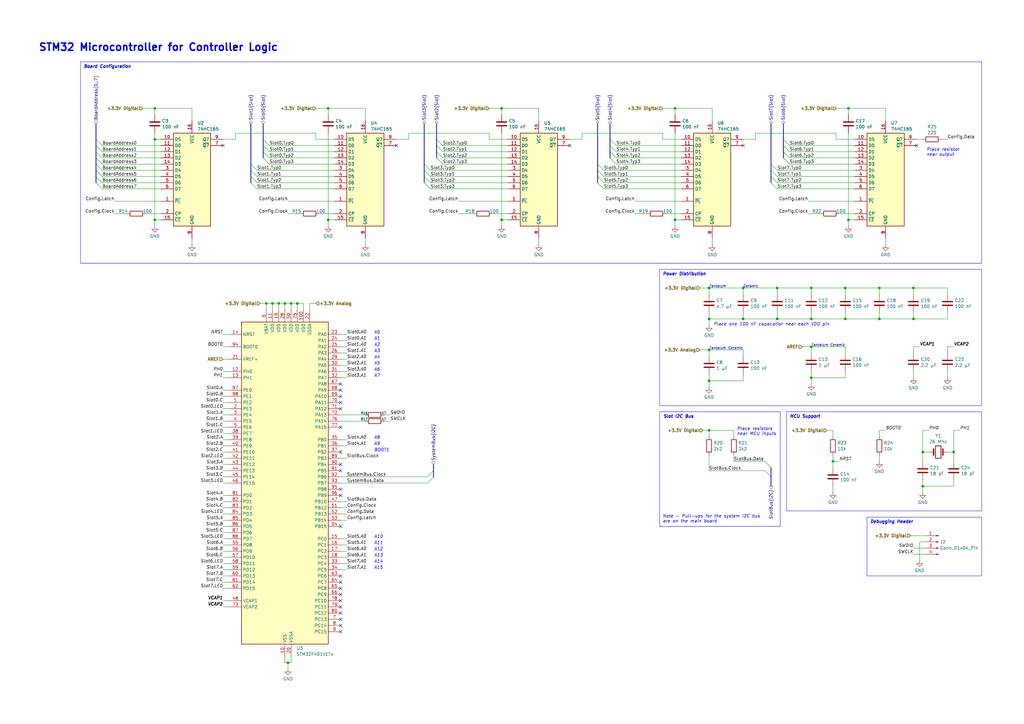
<source format=kicad_sch>
(kicad_sch (version 20250114) (generator "eeschema") (generator_version "9.0")
  (paper "A3")
  (title_block (title "Modular Music Controller / Sub-Board / STM32 MCU") (date "2025-11-02") (rev "1") (company "Dennis Schulmeister-Zimolong"))
  (bus_alias "Slot" (members "Typ[0..3]" "A" "B" "C" "A0" "A1" "LED" "Addr[0..3]"))
  (rectangle (start 270.51 168.91) (end 320.04 215.9))
  (rectangle (start 270.51 110.49) (end 402.59 166.37))
  (rectangle (start 33.02 25.4) (end 402.59 107.95))
  (rectangle (start 355.6 212.09) (end 402.59 236.22))
  (rectangle (start 322.58 168.91) (end 402.59 209.55))
  (text "A8" (at 153.416 180.34 0) (effects (font (size 1.27 1.27) (italic yes)) (justify left bottom)))
  (text "A0" (at 153.416 137.16 0) (effects (font (size 1.27 1.27) (italic yes)) (justify left bottom)))
  (text "Place resistor\nnear output" (at 379.984 60.706 0) (effects (font (size 1.27 1.27) (thickness 0.1588) (italic yes)) (justify left top)))
  (text "A3" (at 153.416 144.78 0) (effects (font (size 1.27 1.27) (italic yes)) (justify left bottom)))
  (text "A2" (at 153.416 142.24 0) (effects (font (size 1.27 1.27) (italic yes)) (justify left bottom)))
  (text "Place resistors\nnear MCU inputs" (at 302.26 175.26 0) (effects (font (size 1.27 1.27) (thickness 0.1588) (italic yes)) (justify left top)))
  (text "Power Distribution" (at 271.78 111.76 0) (effects (font (size 1.27 1.27) (thickness 0.254) (bold yes) (italic yes)) (justify left top)))
  (text "For outputs driving a trace, the series resistor should be at the driving end to:\n\n- Limit the initial current surge when the output switches\n- Dampen reflections at the source\n- Reduce ringing and overshoot on the trace\n- Protect the output driver from excessive current\n\nThis is the opposite of input protection, where you place the resistor near the\nreceiving end (MCU) to protect the input pin from incoming noise/transients.\n220Ω is a good value for this purpose - it provides:\n\n- Output current limiting for the 74HC165\n- Edge rate control to reduce EMI\n- Some impedance matching benefits\n\nAdding a second resistor would be redundant and potentially problematic.\nIf additional EMC protection is needed: A small capacitor to ground near\nthe MCU input (10-100pF) - this creates an RC low-pass filter with the\nexisting 220Ω resistor that filters high-frequency noise while keeping\nthe signal intact. But for a short 5-8 cm trace with 220Ω already in place\nthis should not be needed. The 74HC165 and STM32 are both designed to work\ntogether in typical PCB environments, and the resistor + short trace should\nhandle normal EMC requirements well.\n\nIn summary:\n\n- 74HC165 output → MCU input: Resistor near the 74HC165\n- MCU output → external input: Resistor near the MCU\n\nThe general rule: series resistors go close to the driver/source, not the\nreceiver, unless you're specifically adding them for input protection against\nexternal noise (which is a different purpose than your shift register output.\n\nMax. impedance of ADC inputs 50 kOhm so 47 Ohm is negligible.\n\nFor digital GPIOS: The higher the speed the lower to resistor value." (at 433.324 25.4 0) (effects (font (size 1.27 1.27) (thickness 0.1588) (italic yes)) (justify left top)))
  (text "Debugging Header" (at 356.87 213.36 0) (effects (font (size 1.27 1.27) (thickness 0.254) (bold yes) (italic yes)) (justify left top)))
  (text "Tantalum" (at 332.74 142.24 0) (effects (font (size 1 1) (italic yes)) (justify left bottom)))
  (text "A12" (at 153.416 226.06 0) (effects (font (size 1.27 1.27) (italic yes)) (justify left bottom)))
  (text "Board Configuration" (at 34.29 26.67 0) (effects (font (size 1.27 1.27) (thickness 0.254) (bold yes) (italic yes)) (justify left top)))
  (text "A5" (at 153.416 149.86 0) (effects (font (size 1.27 1.27) (italic yes)) (justify left bottom)))
  (text "A10" (at 153.416 220.98 0) (effects (font (size 1.27 1.27) (italic yes)) (justify left bottom)))
  (text "Ceramic" (at 346.71 142.24 0) (effects (font (size 1 1) (italic yes)) (justify right bottom)))
  (text "A7" (at 153.416 154.94 0) (effects (font (size 1.27 1.27) (italic yes)) (justify left bottom)))
  (text "A14" (at 153.416 231.14 0) (effects (font (size 1.27 1.27) (italic yes)) (justify left bottom)))
  (text "A15" (at 153.416 233.68 0) (effects (font (size 1.27 1.27) (italic yes)) (justify left bottom)))
  (text "Tantalum" (at 290.83 143.51 0) (effects (font (size 1 1) (italic yes)) (justify left bottom)))
  (text "Place one 100 nF capacatior near each VDD pin" (at 292.608 132.334 0) (effects (font (size 1.27 1.27) (italic yes)) (justify left top)))
  (text "STM32 Microcontroller for Controller Logic" (at 15.748 17.78 0) (effects (font (size 3 3) (thickness 0.6) (bold yes)) (justify left top)))
  (text "Tantalum" (at 290.83 118.11 0) (effects (font (size 1 1) (italic yes)) (justify left bottom)))
  (text "A1" (at 153.416 139.7 0) (effects (font (size 1.27 1.27) (italic yes)) (justify left bottom)))
  (text "MCU Support" (at 323.85 170.18 0) (effects (font (size 1.27 1.27) (thickness 0.254) (bold yes) (italic yes)) (justify left top)))
  (text "Slot I2C Bus" (at 272.034 170.18 0) (effects (font (size 1.27 1.27) (thickness 0.254) (bold yes) (italic yes)) (justify left top)))
  (text "A4" (at 153.416 147.32 0) (effects (font (size 1.27 1.27) (italic yes)) (justify left bottom)))
  (text "Ceramic" (at 304.8 143.51 0) (effects (font (size 1 1) (italic yes)) (justify right bottom)))
  (text "Ceramic" (at 304.8 118.11 0) (effects (font (size 1 1) (italic yes)) (justify left bottom)))
  (text "A13" (at 153.416 228.6 0) (effects (font (size 1.27 1.27) (italic yes)) (justify left bottom)))
  (text "A11" (at 153.416 223.52 0) (effects (font (size 1.27 1.27) (italic yes)) (justify left bottom)))
  (text "A9" (at 153.416 182.88 0) (effects (font (size 1.27 1.27) (italic yes)) (justify left bottom)))
  (text "BOOT1" (at 153.416 185.42 0) (effects (font (size 1.27 1.27) (thickness 0.1588) (italic yes)) (justify left bottom)))
  (text "Note - Pull-ups for the system I2C bus\nare on the main board" (at 271.78 214.63 0) (effects (font (size 1.27 1.27) (thickness 0.1588) (italic yes)) (justify left bottom)))
  (text "A6" (at 153.416 152.4 0) (effects (font (size 1.27 1.27) (italic yes)) (justify left bottom)))
  (junction (at 318.77 130.81))
  (junction (at 347.98 90.17))
  (junction (at 290.83 143.51))
  (junction (at 374.65 130.81))
  (junction (at 119.38 124.46))
  (junction (at 63.5 44.45))
  (junction (at 360.68 118.11))
  (junction (at 205.74 90.17))
  (junction (at 332.74 154.94))
  (junction (at 134.62 44.45))
  (junction (at 378.46 199.39))
  (junction (at 118.11 271.78))
  (junction (at 378.46 185.42))
  (junction (at 341.63 189.23))
  (junction (at 318.77 118.11))
  (junction (at 205.74 44.45))
  (junction (at 346.71 118.11))
  (junction (at 346.71 130.81))
  (junction (at 134.62 90.17))
  (junction (at 304.8 130.81))
  (junction (at 121.92 124.46))
  (junction (at 332.74 130.81))
  (junction (at 111.76 124.46))
  (junction (at 347.98 44.45))
  (junction (at 290.83 156.21))
  (junction (at 391.16 185.42))
  (junction (at 63.5 57.15))
  (junction (at 332.74 118.11))
  (junction (at 374.65 118.11))
  (junction (at 290.83 176.53))
  (junction (at 360.68 130.81))
  (junction (at 276.86 44.45))
  (junction (at 332.74 142.24))
  (junction (at 276.86 90.17))
  (junction (at 290.83 118.11))
  (junction (at 290.83 130.81))
  (junction (at 109.22 124.46))
  (junction (at 304.8 118.11))
  (junction (at 114.3 124.46))
  (junction (at 63.5 90.17))
  (junction (at 116.84 124.46))
  (no_connect (at 139.7 175.26))
  (no_connect (at 139.7 248.92))
  (no_connect (at 139.7 157.48))
  (no_connect (at 162.56 59.69))
  (no_connect (at 233.68 59.69))
  (no_connect (at 139.7 246.38))
  (no_connect (at 139.7 200.66))
  (no_connect (at 139.7 256.54))
  (no_connect (at 304.8 59.69))
  (no_connect (at 139.7 254))
  (no_connect (at 139.7 160.02))
  (no_connect (at 91.44 59.69))
  (no_connect (at 139.7 203.2))
  (no_connect (at 375.92 59.69))
  (no_connect (at 139.7 185.42))
  (no_connect (at 139.7 190.5))
  (no_connect (at 139.7 259.08))
  (no_connect (at 139.7 162.56))
  (no_connect (at 139.7 193.04))
  (no_connect (at 139.7 165.1))
  (no_connect (at 139.7 238.76))
  (no_connect (at 139.7 167.64))
  (no_connect (at 139.7 236.22))
  (no_connect (at 139.7 243.84))
  (no_connect (at 139.7 251.46))
  (no_connect (at 139.7 215.9))
  (no_connect (at 139.7 241.3))
  (bus_entry (at 173.99 67.31) (size 2.54 2.54))
  (bus_entry (at 102.87 74.93) (size 2.54 2.54))
  (bus_entry (at 250.19 64.77) (size 2.54 2.54))
  (bus_entry (at 102.87 69.85) (size 2.54 2.54))
  (bus_entry (at 175.26 195.58) (size 2.54 -2.54))
  (bus_entry (at 179.07 62.23) (size 2.54 2.54))
  (bus_entry (at 313.69 193.04) (size 2.54 2.54))
  (bus_entry (at 245.11 69.85) (size 2.54 2.54))
  (bus_entry (at 173.99 72.39) (size 2.54 2.54))
  (bus_entry (at 39.37 62.23) (size 2.54 2.54))
  (bus_entry (at 250.19 59.69) (size 2.54 2.54))
  (bus_entry (at 173.99 69.85) (size 2.54 2.54))
  (bus_entry (at 250.19 57.15) (size 2.54 2.54))
  (bus_entry (at 179.07 57.15) (size 2.54 2.54))
  (bus_entry (at 173.99 74.93) (size 2.54 2.54))
  (bus_entry (at 250.19 62.23) (size 2.54 2.54))
  (bus_entry (at 39.37 64.77) (size 2.54 2.54))
  (bus_entry (at 179.07 64.77) (size 2.54 2.54))
  (bus_entry (at 39.37 59.69) (size 2.54 2.54))
  (bus_entry (at 245.11 67.31) (size 2.54 2.54))
  (bus_entry (at 39.37 72.39) (size 2.54 2.54))
  (bus_entry (at 316.23 72.39) (size 2.54 2.54))
  (bus_entry (at 316.23 69.85) (size 2.54 2.54))
  (bus_entry (at 316.23 67.31) (size 2.54 2.54))
  (bus_entry (at 39.37 57.15) (size 2.54 2.54))
  (bus_entry (at 39.37 67.31) (size 2.54 2.54))
  (bus_entry (at 107.95 59.69) (size 2.54 2.54))
  (bus_entry (at 321.31 59.69) (size 2.54 2.54))
  (bus_entry (at 313.69 189.23) (size 2.54 2.54))
  (bus_entry (at 245.11 74.93) (size 2.54 2.54))
  (bus_entry (at 175.26 198.12) (size 2.54 -2.54))
  (bus_entry (at 39.37 74.93) (size 2.54 2.54))
  (bus_entry (at 321.31 62.23) (size 2.54 2.54))
  (bus_entry (at 102.87 67.31) (size 2.54 2.54))
  (bus_entry (at 39.37 69.85) (size 2.54 2.54))
  (bus_entry (at 107.95 62.23) (size 2.54 2.54))
  (bus_entry (at 245.11 72.39) (size 2.54 2.54))
  (bus_entry (at 102.87 72.39) (size 2.54 2.54))
  (bus_entry (at 321.31 57.15) (size 2.54 2.54))
  (bus_entry (at 321.31 64.77) (size 2.54 2.54))
  (bus_entry (at 179.07 59.69) (size 2.54 2.54))
  (bus_entry (at 107.95 64.77) (size 2.54 2.54))
  (bus_entry (at 316.23 74.93) (size 2.54 2.54))
  (bus_entry (at 107.95 57.15) (size 2.54 2.54))
  (wire (pts (xy 346.71 118.11) (xy 360.68 118.11)))
  (wire (pts (xy 360.68 176.53) (xy 363.22 176.53)))
  (wire (pts (xy 290.83 118.11) (xy 304.8 118.11)))
  (wire (pts (xy 271.78 54.61) (xy 271.78 57.15)))
  (bus (pts (xy 177.8 190.5) (xy 177.8 193.04)))
  (wire (pts (xy 127 124.46) (xy 127 127)))
  (wire (pts (xy 118.11 271.78) (xy 118.11 274.32)))
  (wire (pts (xy 375.92 57.15) (xy 378.46 57.15)))
  (wire (pts (xy 388.62 152.4) (xy 388.62 154.94)))
  (wire (pts (xy 91.44 160.02) (xy 93.98 160.02)))
  (wire (pts (xy 124.46 124.46) (xy 124.46 127)))
  (wire (pts (xy 139.7 172.72) (xy 149.86 172.72)))
  (wire (pts (xy 91.44 220.98) (xy 93.98 220.98)))
  (wire (pts (xy 276.86 54.61) (xy 276.86 90.17)))
  (wire (pts (xy 391.16 199.39) (xy 378.46 199.39)))
  (wire (pts (xy 91.44 203.2) (xy 93.98 203.2)))
  (wire (pts (xy 347.98 54.61) (xy 347.98 90.17)))
  (wire (pts (xy 63.5 44.45) (xy 63.5 46.99)))
  (wire (pts (xy 388.62 142.24) (xy 391.16 142.24)))
  (wire (pts (xy 139.7 149.86) (xy 142.24 149.86)))
  (bus (pts (xy 316.23 69.85) (xy 316.23 72.39)))
  (wire (pts (xy 149.86 97.79) (xy 149.86 100.33)))
  (wire (pts (xy 341.63 186.69) (xy 341.63 189.23)))
  (wire (pts (xy 332.74 130.81) (xy 318.77 130.81)))
  (wire (pts (xy 91.44 185.42) (xy 93.98 185.42)))
  (wire (pts (xy 111.76 124.46) (xy 114.3 124.46)))
  (wire (pts (xy 41.91 69.85) (xy 66.04 69.85)))
  (bus (pts (xy 321.31 57.15) (xy 321.31 59.69)))
  (wire (pts (xy 205.74 44.45) (xy 205.74 46.99)))
  (wire (pts (xy 290.83 146.05) (xy 290.83 143.51)))
  (wire (pts (xy 386.08 57.15) (xy 388.62 57.15)))
  (wire (pts (xy 63.5 44.45) (xy 78.74 44.45)))
  (wire (pts (xy 91.44 213.36) (xy 93.98 213.36)))
  (wire (pts (xy 106.68 124.46) (xy 109.22 124.46)))
  (wire (pts (xy 118.11 271.78) (xy 119.38 271.78)))
  (wire (pts (xy 332.74 142.24) (xy 346.71 142.24)))
  (wire (pts (xy 139.7 147.32) (xy 142.24 147.32)))
  (wire (pts (xy 388.62 185.42) (xy 391.16 185.42)))
  (wire (pts (xy 129.54 44.45) (xy 134.62 44.45)))
  (bus (pts (xy 107.95 59.69) (xy 107.95 62.23)))
  (wire (pts (xy 91.44 167.64) (xy 93.98 167.64)))
  (wire (pts (xy 142.24 233.68) (xy 139.7 233.68)))
  (wire (pts (xy 91.44 210.82) (xy 93.98 210.82)))
  (wire (pts (xy 139.7 139.7) (xy 142.24 139.7)))
  (wire (pts (xy 160.02 172.72) (xy 157.48 172.72)))
  (wire (pts (xy 276.86 44.45) (xy 276.86 46.99)))
  (wire (pts (xy 290.83 156.21) (xy 290.83 153.67)))
  (wire (pts (xy 91.44 195.58) (xy 93.98 195.58)))
  (wire (pts (xy 323.85 62.23) (xy 350.52 62.23)))
  (bus (pts (xy 173.99 69.85) (xy 173.99 72.39)))
  (bus (pts (xy 39.37 69.85) (xy 39.37 72.39)))
  (wire (pts (xy 360.68 118.11) (xy 374.65 118.11)))
  (wire (pts (xy 331.47 82.55) (xy 350.52 82.55)))
  (wire (pts (xy 59.69 87.63) (xy 66.04 87.63)))
  (wire (pts (xy 187.96 87.63) (xy 194.31 87.63)))
  (wire (pts (xy 66.04 57.15) (xy 63.5 57.15)))
  (bus (pts (xy 102.87 72.39) (xy 102.87 74.93)))
  (wire (pts (xy 142.24 226.06) (xy 139.7 226.06)))
  (wire (pts (xy 205.74 90.17) (xy 208.28 90.17)))
  (wire (pts (xy 91.44 142.24) (xy 93.98 142.24)))
  (wire (pts (xy 116.84 124.46) (xy 116.84 127)))
  (bus (pts (xy 321.31 62.23) (xy 321.31 64.77)))
  (wire (pts (xy 378.46 185.42) (xy 381 185.42)))
  (wire (pts (xy 162.56 57.15) (xy 167.64 57.15)))
  (wire (pts (xy 91.44 175.26) (xy 93.98 175.26)))
  (wire (pts (xy 309.88 54.61) (xy 342.9 54.61)))
  (wire (pts (xy 176.53 69.85) (xy 208.28 69.85)))
  (wire (pts (xy 332.74 130.81) (xy 332.74 128.27)))
  (wire (pts (xy 331.47 87.63) (xy 336.55 87.63)))
  (wire (pts (xy 105.41 77.47) (xy 137.16 77.47)))
  (wire (pts (xy 46.99 87.63) (xy 52.07 87.63)))
  (wire (pts (xy 363.22 44.45) (xy 363.22 49.53)))
  (wire (pts (xy 373.38 219.71) (xy 379.73 219.71)))
  (wire (pts (xy 139.7 180.34) (xy 142.24 180.34)))
  (wire (pts (xy 134.62 90.17) (xy 137.16 90.17)))
  (wire (pts (xy 200.66 57.15) (xy 208.28 57.15)))
  (wire (pts (xy 374.65 227.33) (xy 379.73 227.33)))
  (wire (pts (xy 139.7 154.94) (xy 142.24 154.94)))
  (wire (pts (xy 346.71 130.81) (xy 332.74 130.81)))
  (wire (pts (xy 374.65 130.81) (xy 360.68 130.81)))
  (wire (pts (xy 91.44 205.74) (xy 93.98 205.74)))
  (bus (pts (xy 316.23 50.8) (xy 316.23 67.31)))
  (bus (pts (xy 316.23 191.77) (xy 316.23 195.58)))
  (wire (pts (xy 91.44 182.88) (xy 93.98 182.88)))
  (wire (pts (xy 391.16 196.85) (xy 391.16 199.39)))
  (wire (pts (xy 176.53 72.39) (xy 208.28 72.39)))
  (wire (pts (xy 300.99 189.23) (xy 300.99 186.69)))
  (wire (pts (xy 377.19 222.25) (xy 377.19 229.87)))
  (wire (pts (xy 78.74 97.79) (xy 78.74 100.33)))
  (wire (pts (xy 91.44 198.12) (xy 93.98 198.12)))
  (bus (pts (xy 173.99 72.39) (xy 173.99 74.93)))
  (wire (pts (xy 304.8 130.81) (xy 304.8 128.27)))
  (wire (pts (xy 105.41 69.85) (xy 137.16 69.85)))
  (wire (pts (xy 134.62 90.17) (xy 134.62 92.71)))
  (wire (pts (xy 276.86 44.45) (xy 292.1 44.45)))
  (wire (pts (xy 91.44 172.72) (xy 93.98 172.72)))
  (wire (pts (xy 252.73 59.69) (xy 279.4 59.69)))
  (wire (pts (xy 378.46 176.53) (xy 378.46 185.42)))
  (bus (pts (xy 179.07 57.15) (xy 179.07 59.69)))
  (wire (pts (xy 276.86 90.17) (xy 279.4 90.17)))
  (wire (pts (xy 300.99 189.23) (xy 313.69 189.23)))
  (wire (pts (xy 374.65 128.27) (xy 374.65 130.81)))
  (wire (pts (xy 323.85 64.77) (xy 350.52 64.77)))
  (wire (pts (xy 342.9 44.45) (xy 347.98 44.45)))
  (wire (pts (xy 233.68 57.15) (xy 238.76 57.15)))
  (wire (pts (xy 342.9 54.61) (xy 342.9 57.15)))
  (wire (pts (xy 109.22 124.46) (xy 111.76 124.46)))
  (bus (pts (xy 245.11 69.85) (xy 245.11 72.39)))
  (wire (pts (xy 167.64 57.15) (xy 167.64 54.61)))
  (wire (pts (xy 341.63 179.07) (xy 341.63 176.53)))
  (wire (pts (xy 121.92 124.46) (xy 121.92 127)))
  (wire (pts (xy 341.63 189.23) (xy 344.17 189.23)))
  (wire (pts (xy 290.83 130.81) (xy 290.83 128.27)))
  (bus (pts (xy 107.95 57.15) (xy 107.95 59.69)))
  (wire (pts (xy 63.5 90.17) (xy 66.04 90.17)))
  (wire (pts (xy 287.02 118.11) (xy 290.83 118.11)))
  (wire (pts (xy 318.77 77.47) (xy 350.52 77.47)))
  (wire (pts (xy 388.62 144.78) (xy 388.62 142.24)))
  (wire (pts (xy 91.44 147.32) (xy 93.98 147.32)))
  (bus (pts (xy 250.19 62.23) (xy 250.19 64.77)))
  (wire (pts (xy 276.86 90.17) (xy 276.86 92.71)))
  (wire (pts (xy 91.44 231.14) (xy 93.98 231.14)))
  (wire (pts (xy 41.91 59.69) (xy 66.04 59.69)))
  (wire (pts (xy 290.83 193.04) (xy 313.69 193.04)))
  (wire (pts (xy 110.49 64.77) (xy 137.16 64.77)))
  (wire (pts (xy 139.7 205.74) (xy 142.24 205.74)))
  (wire (pts (xy 341.63 199.39) (xy 341.63 201.93)))
  (wire (pts (xy 374.65 224.79) (xy 379.73 224.79)))
  (bus (pts (xy 316.23 72.39) (xy 316.23 74.93)))
  (bus (pts (xy 107.95 62.23) (xy 107.95 64.77)))
  (wire (pts (xy 121.92 124.46) (xy 124.46 124.46)))
  (wire (pts (xy 58.42 44.45) (xy 63.5 44.45)))
  (wire (pts (xy 167.64 54.61) (xy 200.66 54.61)))
  (wire (pts (xy 292.1 97.79) (xy 292.1 100.33)))
  (bus (pts (xy 39.37 62.23) (xy 39.37 64.77)))
  (wire (pts (xy 388.62 130.81) (xy 388.62 128.27)))
  (bus (pts (xy 250.19 50.8) (xy 250.19 57.15)))
  (wire (pts (xy 105.41 74.93) (xy 137.16 74.93)))
  (bus (pts (xy 316.23 67.31) (xy 316.23 69.85)))
  (wire (pts (xy 134.62 44.45) (xy 149.86 44.45)))
  (wire (pts (xy 391.16 176.53) (xy 393.7 176.53)))
  (bus (pts (xy 179.07 62.23) (xy 179.07 64.77)))
  (wire (pts (xy 91.44 215.9) (xy 93.98 215.9)))
  (wire (pts (xy 205.74 44.45) (xy 220.98 44.45)))
  (wire (pts (xy 91.44 170.18) (xy 93.98 170.18)))
  (wire (pts (xy 318.77 72.39) (xy 350.52 72.39)))
  (wire (pts (xy 252.73 67.31) (xy 279.4 67.31)))
  (bus (pts (xy 245.11 67.31) (xy 245.11 69.85)))
  (bus (pts (xy 245.11 50.8) (xy 245.11 67.31)))
  (wire (pts (xy 78.74 44.45) (xy 78.74 49.53)))
  (wire (pts (xy 139.7 213.36) (xy 142.24 213.36)))
  (wire (pts (xy 238.76 57.15) (xy 238.76 54.61)))
  (wire (pts (xy 139.7 195.58) (xy 175.26 195.58)))
  (bus (pts (xy 245.11 72.39) (xy 245.11 74.93)))
  (wire (pts (xy 142.24 231.14) (xy 139.7 231.14)))
  (wire (pts (xy 304.8 130.81) (xy 290.83 130.81)))
  (wire (pts (xy 201.93 87.63) (xy 208.28 87.63)))
  (wire (pts (xy 290.83 176.53) (xy 300.99 176.53)))
  (wire (pts (xy 139.7 170.18) (xy 149.86 170.18)))
  (wire (pts (xy 374.65 118.11) (xy 388.62 118.11)))
  (wire (pts (xy 91.44 208.28) (xy 93.98 208.28)))
  (wire (pts (xy 41.91 67.31) (xy 66.04 67.31)))
  (bus (pts (xy 107.95 50.8) (xy 107.95 57.15)))
  (bus (pts (xy 321.31 59.69) (xy 321.31 62.23)))
  (wire (pts (xy 91.44 154.94) (xy 93.98 154.94)))
  (wire (pts (xy 200.66 44.45) (xy 205.74 44.45)))
  (wire (pts (xy 134.62 54.61) (xy 134.62 90.17)))
  (wire (pts (xy 110.49 67.31) (xy 137.16 67.31)))
  (wire (pts (xy 181.61 67.31) (xy 208.28 67.31)))
  (wire (pts (xy 300.99 176.53) (xy 300.99 179.07)))
  (wire (pts (xy 344.17 87.63) (xy 350.52 87.63)))
  (wire (pts (xy 187.96 82.55) (xy 208.28 82.55)))
  (wire (pts (xy 114.3 124.46) (xy 116.84 124.46)))
  (wire (pts (xy 318.77 118.11) (xy 318.77 120.65)))
  (wire (pts (xy 247.65 69.85) (xy 279.4 69.85)))
  (wire (pts (xy 63.5 54.61) (xy 63.5 57.15)))
  (wire (pts (xy 220.98 44.45) (xy 220.98 49.53)))
  (wire (pts (xy 318.77 130.81) (xy 304.8 130.81)))
  (wire (pts (xy 118.11 82.55) (xy 137.16 82.55)))
  (wire (pts (xy 181.61 64.77) (xy 208.28 64.77)))
  (wire (pts (xy 388.62 118.11) (xy 388.62 120.65)))
  (bus (pts (xy 173.99 50.8) (xy 173.99 67.31)))
  (wire (pts (xy 347.98 90.17) (xy 347.98 92.71)))
  (wire (pts (xy 360.68 130.81) (xy 346.71 130.81)))
  (wire (pts (xy 290.83 156.21) (xy 290.83 158.75)))
  (wire (pts (xy 142.24 220.98) (xy 139.7 220.98)))
  (wire (pts (xy 91.44 162.56) (xy 93.98 162.56)))
  (wire (pts (xy 332.74 118.11) (xy 346.71 118.11)))
  (wire (pts (xy 91.44 190.5) (xy 93.98 190.5)))
  (wire (pts (xy 116.84 269.24) (xy 116.84 271.78)))
  (bus (pts (xy 250.19 57.15) (xy 250.19 59.69)))
  (wire (pts (xy 328.93 142.24) (xy 332.74 142.24)))
  (bus (pts (xy 250.19 59.69) (xy 250.19 62.23)))
  (wire (pts (xy 91.44 236.22) (xy 93.98 236.22)))
  (wire (pts (xy 332.74 118.11) (xy 332.74 120.65)))
  (wire (pts (xy 41.91 64.77) (xy 66.04 64.77)))
  (wire (pts (xy 290.83 186.69) (xy 290.83 193.04)))
  (bus (pts (xy 179.07 50.8) (xy 179.07 57.15)))
  (bus (pts (xy 177.8 193.04) (xy 177.8 195.58)))
  (wire (pts (xy 119.38 124.46) (xy 121.92 124.46)))
  (wire (pts (xy 91.44 241.3) (xy 93.98 241.3)))
  (wire (pts (xy 41.91 62.23) (xy 66.04 62.23)))
  (wire (pts (xy 374.65 118.11) (xy 374.65 120.65)))
  (bus (pts (xy 39.37 67.31) (xy 39.37 69.85)))
  (wire (pts (xy 304.8 118.11) (xy 318.77 118.11)))
  (wire (pts (xy 91.44 187.96) (xy 93.98 187.96)))
  (wire (pts (xy 111.76 127) (xy 111.76 124.46)))
  (wire (pts (xy 363.22 97.79) (xy 363.22 100.33)))
  (wire (pts (xy 181.61 62.23) (xy 208.28 62.23)))
  (wire (pts (xy 374.65 130.81) (xy 388.62 130.81)))
  (wire (pts (xy 119.38 124.46) (xy 119.38 127)))
  (wire (pts (xy 290.83 176.53) (xy 290.83 179.07)))
  (wire (pts (xy 139.7 152.4) (xy 142.24 152.4)))
  (wire (pts (xy 114.3 124.46) (xy 114.3 127)))
  (wire (pts (xy 91.44 193.04) (xy 93.98 193.04)))
  (wire (pts (xy 318.77 130.81) (xy 318.77 128.27)))
  (wire (pts (xy 252.73 64.77) (xy 279.4 64.77)))
  (wire (pts (xy 374.65 144.78) (xy 374.65 142.24)))
  (wire (pts (xy 110.49 59.69) (xy 137.16 59.69)))
  (wire (pts (xy 346.71 142.24) (xy 346.71 144.78)))
  (wire (pts (xy 205.74 54.61) (xy 205.74 90.17)))
  (wire (pts (xy 63.5 57.15) (xy 63.5 90.17)))
  (bus (pts (xy 316.23 195.58) (xy 316.23 199.39)))
  (wire (pts (xy 41.91 74.93) (xy 66.04 74.93)))
  (wire (pts (xy 332.74 154.94) (xy 332.74 157.48)))
  (wire (pts (xy 91.44 180.34) (xy 93.98 180.34)))
  (wire (pts (xy 149.86 44.45) (xy 149.86 49.53)))
  (wire (pts (xy 247.65 72.39) (xy 279.4 72.39)))
  (wire (pts (xy 116.84 124.46) (xy 119.38 124.46)))
  (wire (pts (xy 91.44 152.4) (xy 93.98 152.4)))
  (wire (pts (xy 346.71 130.81) (xy 346.71 128.27)))
  (wire (pts (xy 304.8 118.11) (xy 304.8 120.65)))
  (wire (pts (xy 360.68 186.69) (xy 360.68 189.23)))
  (wire (pts (xy 91.44 57.15) (xy 96.52 57.15)))
  (wire (pts (xy 142.24 223.52) (xy 139.7 223.52)))
  (wire (pts (xy 346.71 118.11) (xy 346.71 120.65)))
  (bus (pts (xy 179.07 59.69) (xy 179.07 62.23)))
  (wire (pts (xy 290.83 130.81) (xy 290.83 133.35)))
  (bus (pts (xy 39.37 59.69) (xy 39.37 62.23)))
  (wire (pts (xy 91.44 238.76) (xy 93.98 238.76)))
  (wire (pts (xy 342.9 57.15) (xy 350.52 57.15)))
  (wire (pts (xy 332.74 154.94) (xy 332.74 152.4)))
  (bus (pts (xy 102.87 50.8) (xy 102.87 67.31)))
  (wire (pts (xy 116.84 271.78) (xy 118.11 271.78)))
  (wire (pts (xy 346.71 154.94) (xy 332.74 154.94)))
  (wire (pts (xy 134.62 44.45) (xy 134.62 46.99)))
  (wire (pts (xy 105.41 72.39) (xy 137.16 72.39)))
  (wire (pts (xy 63.5 90.17) (xy 63.5 92.71)))
  (wire (pts (xy 91.44 233.68) (xy 93.98 233.68)))
  (wire (pts (xy 260.35 87.63) (xy 265.43 87.63)))
  (wire (pts (xy 378.46 185.42) (xy 378.46 189.23)))
  (wire (pts (xy 271.78 44.45) (xy 276.86 44.45)))
  (wire (pts (xy 181.61 59.69) (xy 208.28 59.69)))
  (wire (pts (xy 139.7 144.78) (xy 142.24 144.78)))
  (wire (pts (xy 220.98 97.79) (xy 220.98 100.33)))
  (wire (pts (xy 273.05 87.63) (xy 279.4 87.63)))
  (wire (pts (xy 129.54 54.61) (xy 129.54 57.15)))
  (wire (pts (xy 139.7 182.88) (xy 142.24 182.88)))
  (wire (pts (xy 341.63 191.77) (xy 341.63 189.23)))
  (wire (pts (xy 119.38 269.24) (xy 119.38 271.78)))
  (wire (pts (xy 288.29 176.53) (xy 290.83 176.53)))
  (wire (pts (xy 360.68 176.53) (xy 360.68 179.07)))
  (wire (pts (xy 323.85 67.31) (xy 350.52 67.31)))
  (wire (pts (xy 377.19 222.25) (xy 379.73 222.25)))
  (wire (pts (xy 374.65 142.24) (xy 377.19 142.24)))
  (wire (pts (xy 290.83 143.51) (xy 304.8 143.51)))
  (wire (pts (xy 96.52 54.61) (xy 129.54 54.61)))
  (wire (pts (xy 176.53 77.47) (xy 208.28 77.47)))
  (wire (pts (xy 91.44 228.6) (xy 93.98 228.6)))
  (wire (pts (xy 304.8 156.21) (xy 304.8 153.67)))
  (wire (pts (xy 318.77 74.93) (xy 350.52 74.93)))
  (wire (pts (xy 247.65 77.47) (xy 279.4 77.47)))
  (wire (pts (xy 391.16 176.53) (xy 391.16 185.42)))
  (wire (pts (xy 360.68 118.11) (xy 360.68 120.65)))
  (wire (pts (xy 110.49 62.23) (xy 137.16 62.23)))
  (wire (pts (xy 41.91 77.47) (xy 66.04 77.47)))
  (bus (pts (xy 39.37 72.39) (xy 39.37 74.93)))
  (wire (pts (xy 91.44 177.8) (xy 93.98 177.8)))
  (bus (pts (xy 102.87 69.85) (xy 102.87 72.39)))
  (wire (pts (xy 260.35 82.55) (xy 279.4 82.55)))
  (wire (pts (xy 91.44 248.92) (xy 93.98 248.92)))
  (wire (pts (xy 205.74 90.17) (xy 205.74 92.71)))
  (wire (pts (xy 118.11 87.63) (xy 123.19 87.63)))
  (wire (pts (xy 41.91 72.39) (xy 66.04 72.39)))
  (wire (pts (xy 378.46 199.39) (xy 378.46 201.93)))
  (wire (pts (xy 129.54 57.15) (xy 137.16 57.15)))
  (wire (pts (xy 360.68 130.81) (xy 360.68 128.27)))
  (wire (pts (xy 139.7 208.28) (xy 142.24 208.28)))
  (wire (pts (xy 304.8 156.21) (xy 290.83 156.21)))
  (wire (pts (xy 109.22 127) (xy 109.22 124.46)))
  (wire (pts (xy 139.7 137.16) (xy 142.24 137.16)))
  (wire (pts (xy 374.65 152.4) (xy 374.65 154.94)))
  (wire (pts (xy 200.66 54.61) (xy 200.66 57.15)))
  (wire (pts (xy 346.71 154.94) (xy 346.71 152.4)))
  (wire (pts (xy 347.98 44.45) (xy 363.22 44.45)))
  (wire (pts (xy 309.88 57.15) (xy 309.88 54.61)))
  (wire (pts (xy 290.83 120.65) (xy 290.83 118.11)))
  (wire (pts (xy 130.81 87.63) (xy 137.16 87.63)))
  (wire (pts (xy 252.73 62.23) (xy 279.4 62.23)))
  (wire (pts (xy 91.44 218.44) (xy 93.98 218.44)))
  (wire (pts (xy 91.44 223.52) (xy 93.98 223.52)))
  (wire (pts (xy 271.78 57.15) (xy 279.4 57.15)))
  (wire (pts (xy 46.99 82.55) (xy 66.04 82.55)))
  (wire (pts (xy 378.46 196.85) (xy 378.46 199.39)))
  (bus (pts (xy 173.99 67.31) (xy 173.99 69.85)))
  (wire (pts (xy 238.76 54.61) (xy 271.78 54.61)))
  (wire (pts (xy 139.7 187.96) (xy 142.24 187.96)))
  (bus (pts (xy 321.31 50.8) (xy 321.31 57.15)))
  (wire (pts (xy 91.44 137.16) (xy 93.98 137.16)))
  (wire (pts (xy 347.98 90.17) (xy 350.52 90.17)))
  (wire (pts (xy 304.8 143.51) (xy 304.8 146.05)))
  (wire (pts (xy 304.8 57.15) (xy 309.88 57.15)))
  (wire (pts (xy 292.1 44.45) (xy 292.1 49.53)))
  (wire (pts (xy 129.54 124.46) (xy 127 124.46)))
  (wire (pts (xy 287.02 143.51) (xy 290.83 143.51)))
  (wire (pts (xy 142.24 228.6) (xy 139.7 228.6)))
  (wire (pts (xy 347.98 44.45) (xy 347.98 46.99)))
  (wire (pts (xy 391.16 185.42) (xy 391.16 189.23)))
  (wire (pts (xy 139.7 142.24) (xy 142.24 142.24)))
  (wire (pts (xy 318.77 118.11) (xy 332.74 118.11)))
  (wire (pts (xy 323.85 59.69) (xy 350.52 59.69)))
  (wire (pts (xy 91.44 246.38) (xy 93.98 246.38)))
  (wire (pts (xy 96.52 57.15) (xy 96.52 54.61)))
  (wire (pts (xy 160.02 170.18) (xy 157.48 170.18)))
  (wire (pts (xy 91.44 165.1) (xy 93.98 165.1)))
  (bus (pts (xy 102.87 67.31) (xy 102.87 69.85)))
  (wire (pts (xy 91.44 226.06) (xy 93.98 226.06)))
  (bus (pts (xy 39.37 57.15) (xy 39.37 59.69)))
  (wire (pts (xy 139.7 210.82) (xy 142.24 210.82)))
  (wire (pts (xy 332.74 144.78) (xy 332.74 142.24)))
  (wire (pts (xy 339.09 176.53) (xy 341.63 176.53)))
  (wire (pts (xy 139.7 198.12) (xy 175.26 198.12)))
  (wire (pts (xy 247.65 74.93) (xy 279.4 74.93)))
  (wire (pts (xy 378.46 176.53) (xy 381 176.53)))
  (wire (pts (xy 176.53 74.93) (xy 208.28 74.93)))
  (bus (pts (xy 39.37 64.77) (xy 39.37 67.31)))
  (bus (pts (xy 39.37 50.8) (xy 39.37 57.15)))
  (wire (pts (xy 318.77 69.85) (xy 350.52 69.85)))
  (label "Slot5.Typ3" (at 247.65 77.47 0))
  (label "Slot7.Typ2" (at 318.77 74.93 0))
  (label "Slot0.Typ1" (at 110.49 62.23 0))
  (label "SlotBus.Clock" (at 290.83 193.04 0))
  (label "SWDIO" (at 160.02 170.18 0) (effects (font (thickness 0.1588) (italic yes))))
  (label "Config.Clock" (at 331.47 87.63 180))
  (label "Slot4.A0" (at 142.24 180.34 0) (effects (font (thickness 0.1588) (italic yes))))
  (label "Slot0.Typ0" (at 110.49 59.69 0))
  (label "SystemBus.Data" (at 142.24 198.12 0))
  (label "PH0" (at 91.44 152.4 180) (effects (font (italic yes))))
  (label "PH1" (at 91.44 154.94 180) (effects (font (italic yes))))
  (label "SystemBus.Clock" (at 142.24 195.58 0))
  (label "SWCLK" (at 160.02 172.72 0) (effects (font (italic yes))))
  (label "Slot4.Typ3" (at 252.73 67.31 0))
  (label "Slot7.Typ1" (at 318.77 72.39 0))
  (label "BOOT0" (at 91.44 142.24 180) (effects (font (italic yes))))
  (label "Slot5.A0" (at 142.24 220.98 0) (effects (font (thickness 0.1588) (italic yes))))
  (label "Slot3.Typ2" (at 176.53 74.93 0))
  (label "Slot1.Typ2" (at 105.41 74.93 0))
  (label "Slot5.A" (at 91.44 213.36 180) (effects (font (italic yes))))
  (label "Slot5.B" (at 91.44 215.9 180) (effects (font (italic yes))))
  (label "Slot5.C" (at 91.44 218.44 180) (effects (font (italic yes))))
  (label "Slot5.LED" (at 91.44 220.98 180) (effects (font (italic yes))))
  (label "Slot4.LED" (at 91.44 210.82 180) (effects (font (italic yes))))
  (label "Slot4.C" (at 91.44 208.28 180) (effects (font (italic yes))))
  (label "Slot4.B" (at 91.44 205.74 180) (effects (font (italic yes))))
  (label "Slot6.A" (at 91.44 223.52 180) (effects (font (italic yes))))
  (label "Slot6.B" (at 91.44 226.06 180) (effects (font (italic yes))))
  (label "Slot6.C" (at 91.44 228.6 180) (effects (font (italic yes))))
  (label "Slot7.A" (at 91.44 233.68 180) (effects (font (italic yes))))
  (label "Slot7.B" (at 91.44 236.22 180) (effects (font (italic yes))))
  (label "Slot6.LED" (at 91.44 231.14 180) (effects (font (italic yes))))
  (label "Slot7.C" (at 91.44 238.76 180) (effects (font (italic yes))))
  (label "Slot7.LED" (at 91.44 241.3 180) (effects (font (italic yes))))
  (label "Slot1.B" (at 91.44 172.72 180) (effects (font (italic yes))))
  (label "Slot2.A" (at 91.44 180.34 180) (effects (font (italic yes))))
  (label "Slot0.LED" (at 91.44 167.64 180) (effects (font (italic yes))))
  (label "Slot2.B" (at 91.44 182.88 180) (effects (font (italic yes))))
  (label "Slot1.C" (at 91.44 175.26 180) (effects (font (italic yes))))
  (label "Slot1.LED" (at 91.44 177.8 180) (effects (font (italic yes))))
  (label "Slot1.A" (at 91.44 170.18 180) (effects (font (italic yes))))
  (label "Slot0.C" (at 91.44 165.1 180) (effects (font (italic yes))))
  (label "Slot0.B" (at 91.44 162.56 180) (effects (font (italic yes))))
  (label "Slot0.A" (at 91.44 160.02 180) (effects (font (italic yes))))
  (label "Slot2.LED" (at 91.44 187.96 180) (effects (font (italic yes))))
  (label "Slot3.A" (at 91.44 190.5 180) (effects (font (italic yes))))
  (label "Slot2.C" (at 91.44 185.42 180) (effects (font (italic yes))))
  (label "Slot3.LED" (at 91.44 198.12 180) (effects (font (italic yes))))
  (label "Slot3.C" (at 91.44 195.58 180) (effects (font (italic yes))))
  (label "Slot3.B" (at 91.44 193.04 180) (effects (font (italic yes))))
  (label "Slot4.A" (at 91.44 203.2 180) (effects (font (italic yes))))
  (label "SWCLK" (at 374.65 227.33 180) (effects (font (italic yes))))
  (label "SWDIO" (at 374.65 224.79 180) (effects (font (italic yes))))
  (label "Slot6.Typ0" (at 323.85 59.69 0))
  (label "Slot1.Typ1" (at 105.41 72.39 0))
  (label "Slot1.Typ3" (at 105.41 77.47 0))
  (label "Config.Data" (at 388.62 57.15 0))
  (label "SlotBus.Data" (at 142.24 205.74 0))
  (label "Slot5.Typ0" (at 247.65 69.85 0))
  (label "Config.Clock" (at 260.35 87.63 180))
  (label "Config.Clock" (at 187.96 87.63 180))
  (label "SlotBus.Data" (at 300.99 189.23 0))
  (label "Slot5.Typ2" (at 247.65 74.93 0))
  (label "NRST" (at 344.17 189.23 0) (effects (font (italic yes))))
  (label "Slot6.Typ2" (at 323.85 64.77 0))
  (label "Slot7.Typ3" (at 318.77 77.47 0))
  (label "Slot7.Typ0" (at 318.77 69.85 0))
  (label "PH0" (at 381 176.53 0) (effects (font (italic yes))))
  (label "PH1" (at 393.7 176.53 0) (effects (font (italic yes))))
  (label "Slot4.Typ1" (at 252.73 62.23 0))
  (label "Slot6.Typ3" (at 323.85 67.31 0))
  (label "Slot2.Typ1" (at 181.61 62.23 0))
  (label "Slot3.Typ0" (at 176.53 69.85 0))
  (label "Slot3.Typ3" (at 176.53 77.47 0))
  (label "VCAP2" (at 91.44 248.92 180) (effects (font (thickness 0.254) (bold yes) (italic yes))))
  (label "VCAP1" (at 91.44 246.38 180) (effects (font (thickness 0.254) (bold yes) (italic yes))))
  (label "NRST" (at 91.44 137.16 180) (effects (font (italic yes))))
  (label "Slot2.Typ3" (at 181.61 67.31 0))
  (label "Slot4.Typ2" (at 252.73 64.77 0))
  (label "Slot0.Typ3" (at 110.49 67.31 0))
  (label "BOOT0" (at 363.22 176.53 0) (effects (font (italic yes))))
  (label "Slot6.A0" (at 142.24 226.06 0) (effects (font (thickness 0.1588) (italic yes))))
  (label "Config.Latch" (at 118.11 82.55 180))
  (label "Config.Latch" (at 46.99 82.55 180))
  (label "Config.Latch" (at 187.96 82.55 180))
  (label "Config.Latch" (at 331.47 82.55 180))
  (label "Config.Latch" (at 260.35 82.55 180))
  (label "BoardAddress4" (at 41.91 69.85 0))
  (label "BoardAddress7" (at 41.91 77.47 0))
  (label "BoardAddress5" (at 41.91 72.39 0))
  (label "BoardAddress6" (at 41.91 74.93 0))
  (label "BoardAddress3" (at 41.91 67.31 0))
  (label "BoardAddress2" (at 41.91 64.77 0))
  (label "BoardAddress1" (at 41.91 62.23 0))
  (label "BoardAddress0" (at 41.91 59.69 0))
  (label "Slot2.Typ0" (at 181.61 59.69 0))
  (label "Slot4.Typ0" (at 252.73 59.69 0))
  (label "Config.Clock" (at 46.99 87.63 180))
  (label "VCAP1" (at 377.19 142.24 0) (effects (font (thickness 0.254) (bold yes) (italic yes))))
  (label "VCAP2" (at 391.16 142.24 0) (effects (font (thickness 0.254) (bold yes) (italic yes))))
  (label "Slot3.Typ1" (at 176.53 72.39 0))
  (label "Slot5.Typ1" (at 247.65 72.39 0))
  (label "Slot2.Typ2" (at 181.61 64.77 0))
  (label "Slot1.Typ0" (at 105.41 69.85 0))
  (label "Slot7.A1" (at 142.24 233.68 0) (effects (font (thickness 0.1588) (italic yes))))
  (label "Slot7.A0" (at 142.24 231.14 0) (effects (font (thickness 0.1588) (italic yes))))
  (label "Slot6.A1" (at 142.24 228.6 0) (effects (font (thickness 0.1588) (italic yes))))
  (label "Slot0.A0" (at 142.24 137.16 0) (effects (font (thickness 0.1588) (italic yes))))
  (label "Slot0.A1" (at 142.24 139.7 0) (effects (font (thickness 0.1588) (italic yes))))
  (label "Slot1.A1" (at 142.24 144.78 0) (effects (font (thickness 0.1588) (italic yes))))
  (label "Slot1.A0" (at 142.24 142.24 0) (effects (font (thickness 0.1588) (italic yes))))
  (label "Slot3.A0" (at 142.24 152.4 0) (effects (font (thickness 0.1588) (italic yes))))
  (label "Slot2.A1" (at 142.24 149.86 0) (effects (font (thickness 0.1588) (italic yes))))
  (label "Slot3.A1" (at 142.24 154.94 0) (effects (font (thickness 0.1588) (italic yes))))
  (label "Slot2.A0" (at 142.24 147.32 0) (effects (font (thickness 0.1588) (italic yes))))
  (label "Slot6.Typ1" (at 323.85 62.23 0))
  (label "Config.Clock" (at 118.11 87.63 180))
  (label "SlotBus.Clock" (at 142.24 187.96 0))
  (label "Config.Data" (at 142.24 210.82 0) (effects (font (italic yes))))
  (label "Config.Latch" (at 142.24 213.36 0) (effects (font (italic yes))))
  (label "Config.Clock" (at 142.24 208.28 0) (effects (font (italic yes))))
  (label "Slot0.Typ2" (at 110.49 64.77 0))
  (label "Slot5.A1" (at 142.24 223.52 0) (effects (font (thickness 0.1588) (italic yes))))
  (label "Slot4.A1" (at 142.24 182.88 0) (effects (font (thickness 0.1588) (italic yes))))
  (hierarchical_label "+3.3V Digital" (shape input) (at 200.66 44.45 180) (effects (font (thickness 0.254) (bold yes))))
  (hierarchical_label "+3.3V Digital" (shape input) (at 58.42 44.45 180) (effects (font (thickness 0.254) (bold yes))))
  (hierarchical_label "Slot4{Slot}" (shape bidirectional) (at 250.19 50.8 90))
  (hierarchical_label "Slot1{Slot}" (shape bidirectional) (at 102.87 50.8 90))
  (hierarchical_label "+3.3V Digital" (shape input) (at 339.09 176.53 180) (effects (font (thickness 0.254) (bold yes))))
  (hierarchical_label "Slot0{Slot}" (shape bidirectional) (at 107.95 50.8 90))
  (hierarchical_label "Slot3{Slot}" (shape bidirectional) (at 173.99 50.8 90))
  (hierarchical_label "Slot7{Slot}" (shape bidirectional) (at 316.23 50.8 90))
  (hierarchical_label "Slot6{Slot}" (shape bidirectional) (at 321.31 50.8 90))
  (hierarchical_label "Slot2{Slot}" (shape bidirectional) (at 179.07 50.8 90))
  (hierarchical_label "+3.3V Digital" (shape input) (at 106.68 124.46 180) (effects (font (thickness 0.254) (bold yes))))
  (hierarchical_label "BoardAddress[0..7]" (shape input) (at 39.37 50.8 90))
  (hierarchical_label "+3.3V Digital" (shape input) (at 288.29 176.53 180) (effects (font (thickness 0.254) (bold yes))))
  (hierarchical_label "+3.3V Digital" (shape input) (at 271.78 44.45 180) (effects (font (thickness 0.254) (bold yes))))
  (hierarchical_label "SlotBus{I2C}" (shape output) (at 316.23 199.39 270) (effects (font (italic yes))))
  (hierarchical_label "SystemBus{I2C}" (shape input) (at 177.8 190.5 90) (effects (font (italic yes))))
  (hierarchical_label "+3.3V Digital" (shape input) (at 373.38 219.71 180) (effects (font (thickness 0.254) (bold yes))))
  (hierarchical_label "+3.3V Digital" (shape input) (at 287.02 118.11 180) (effects (font (thickness 0.254) (bold yes))))
  (hierarchical_label "AREF" (shape input) (at 328.93 142.24 180) (effects (font (thickness 0.254) (bold yes))))
  (hierarchical_label "+3.3V Analog" (shape input) (at 287.02 143.51 180) (effects (font (thickness 0.254) (bold yes))))
  (hierarchical_label "+3.3V Digital" (shape input) (at 342.9 44.45 180) (effects (font (thickness 0.254) (bold yes))))
  (hierarchical_label "+3.3V Analog" (shape input) (at 129.54 124.46 0) (effects (font (thickness 0.254) (bold yes))))
  (hierarchical_label "+3.3V Digital" (shape input) (at 129.54 44.45 180) (effects (font (thickness 0.254) (bold yes))))
  (hierarchical_label "Slot5{Slot}" (shape bidirectional) (at 245.11 50.8 90))
  (hierarchical_label "AREF" (shape input) (at 91.44 147.32 180) (effects (font (thickness 0.254) (bold yes))))
  (symbol (lib_id "Device:C") (at 276.86 50.8 0) (unit 1)
    (property "Reference" "C6" (at 279.781 49.5878 0) (effects (justify left)))
    (property "Value" "100 nF" (at 279.781 52.0121 0) (effects (justify left)))
    (property "Footprint" "Capacitor_SMD:C_0603_1608Metric" (effects (hide yes)))
    (property "Description" "Unpolarized capacitor" (effects (hide yes)))
  )
  (symbol (lib_id "power:GND") (at 378.46 201.93 0) (unit 1)
    (property "Reference" "#PWR27" (effects (hide yes)))
    (property "Value" "GND" (at 378.46 206.0631 0))
    (property "Description" "Power symbol creates a global label with name \"GND\" , ground" (effects (hide yes)))
  )
  (symbol (lib_id "Device:C") (at 374.65 124.46 0) (unit 1)
    (property "Reference" "C19" (at 377.571 123.2478 0) (effects (justify left)))
    (property "Value" "100 nF" (at 377.571 125.6721 0) (effects (justify left)))
    (property "Footprint" "Capacitor_SMD:C_0603_1608Metric" (effects (hide yes)))
    (property "Description" "Unpolarized capacitor" (effects (hide yes)))
  )
  (symbol (lib_id "MCU_ST_STM32F4:STM32F401VETx") (at 116.84 198.12 0) (unit 1)
    (property "Reference" "U3" (at 121.5233 265.8801 0) (effects (justify left)))
    (property "Value" "STM32F401VETx" (at 121.5233 268.3044 0) (effects (justify left)))
    (property "Footprint" "Package_QFP:LQFP-100_14x14mm_P0.5mm" (effects (hide yes)))
    (property "Datasheet" "https://www.st.com/resource/en/datasheet/stm32f401ve.pdf" (effects (hide yes)))
    (property "Description" "STMicroelectronics Arm Cortex-M4 MCU, 512KB flash, 96KB RAM, 84 MHz, 1.7-3.6V, 81 GPIO, LQFP100" (effects (hide yes)))
  )
  (symbol (lib_id "Device:R") (at 127 87.63 90) (unit 1)
    (property "Reference" "R15" (at 121.666 86.614 90))
    (property "Value" "100" (at 131.572 86.614 90))
    (property "Footprint" "Resistor_SMD:R_0402_1005Metric" (effects (hide yes)))
    (property "Description" "Protection and less ringing" (effects (hide yes)))
  )
  (symbol (lib_id "power:GND") (at 220.98 100.33 0) (unit 1)
    (property "Reference" "#PWR015" (effects (hide yes)))
    (property "Value" "GND" (at 220.98 104.4631 0))
    (property "Description" "Power symbol creates a global label with name \"GND\" , ground" (effects (hide yes)))
  )
  (symbol (lib_id "Device:Crystal") (at 384.81 185.42 180) (unit 1)
    (property "Reference" "Y1" (at 384.81 178.7101 0))
    (property "Value" "26 MHz" (at 384.81 181.1344 0))
    (property "Footprint" "Crystal:Crystal_SMD_3215-2Pin_3.2x1.5mm" (effects (hide yes)))
    (property "Description" "Two pin crystal" (effects (hide yes)))
  )
  (symbol (lib_id "Device:C") (at 332.74 124.46 0) (unit 1)
    (property "Reference" "C12" (at 335.661 123.2478 0) (effects (justify left)))
    (property "Value" "100 nF" (at 335.661 125.6721 0) (effects (justify left)))
    (property "Footprint" "Capacitor_SMD:C_0603_1608Metric" (effects (hide yes)))
    (property "Description" "Unpolarized capacitor" (effects (hide yes)))
  )
  (symbol (lib_id "power:GND") (at 205.74 92.71 0) (unit 1)
    (property "Reference" "#PWR14" (effects (hide yes)))
    (property "Value" "GND" (at 205.74 96.8431 0))
    (property "Description" "Power symbol creates a global label with name \"GND\" , ground" (effects (hide yes)))
  )
  (symbol (lib_id "Device:C") (at 378.46 193.04 0) (unit 1)
    (property "Reference" "C21" (at 381.381 191.8278 0) (effects (justify left)))
    (property "Value" "18 pF" (at 381.381 194.2521 0) (effects (justify left)))
    (property "Footprint" "Capacitor_SMD:C_0603_1608Metric" (effects (hide yes)))
    (property "Description" "Unpolarized capacitor" (effects (hide yes)))
  )
  (symbol (lib_id "Device:C") (at 332.74 148.59 0) (unit 1)
    (property "Reference" "C13" (at 335.661 147.3778 0) (effects (justify left)))
    (property "Value" "1 µF" (at 335.661 149.8021 0) (effects (justify left)))
    (property "Footprint" "Capacitor_SMD:C_0805_2012Metric" (effects (hide yes)))
    (property "Description" "Unpolarized capacitor" (effects (hide yes)))
  )
  (symbol (lib_id "Device:C") (at 63.5 50.8 0) (unit 1)
    (property "Reference" "C3" (at 66.421 49.5878 0) (effects (justify left)))
    (property "Value" "100 nF" (at 66.421 52.0121 0) (effects (justify left)))
    (property "Footprint" "Capacitor_SMD:C_0603_1608Metric" (effects (hide yes)))
    (property "Description" "Unpolarized capacitor" (effects (hide yes)))
  )
  (symbol (lib_id "Device:R") (at 55.88 87.63 90) (unit 1)
    (property "Reference" "R14" (at 50.546 86.614 90))
    (property "Value" "100" (at 60.452 86.614 90))
    (property "Footprint" "Resistor_SMD:R_0402_1005Metric" (effects (hide yes)))
    (property "Description" "Protection and less ringing" (effects (hide yes)))
  )
  (symbol (lib_id "Device:C") (at 388.62 148.59 0) (unit 1)
    (property "Reference" "C23" (at 391.541 147.3778 0) (effects (justify left)))
    (property "Value" "2.2 µF" (at 391.541 149.8021 0) (effects (justify left)))
    (property "Footprint" "Capacitor_SMD:C_0805_2012Metric" (effects (hide yes)))
    (property "Description" "Unpolarized capacitor" (effects (hide yes)))
  )
  (symbol (lib_id "Device:C") (at 304.8 149.86 0) (unit 1)
    (property "Reference" "C10" (at 307.721 148.6478 0) (effects (justify left)))
    (property "Value" "100 nF" (at 307.721 151.0721 0) (effects (justify left)))
    (property "Footprint" "Capacitor_SMD:C_0603_1608Metric" (effects (hide yes)))
    (property "Description" "Unpolarized capacitor" (effects (hide yes)))
  )
  (symbol (lib_id "power:GND") (at 118.11 274.32 0) (unit 1)
    (property "Reference" "#PWR011" (effects (hide yes)))
    (property "Value" "GND" (at 118.11 278.4531 0))
    (property "Description" "Power symbol creates a global label with name \"GND\" , ground" (effects (hide yes)))
  )
  (symbol (lib_id "Device:C") (at 374.65 148.59 0) (unit 1)
    (property "Reference" "C20" (at 377.571 147.3778 0) (effects (justify left)))
    (property "Value" "2.2 µF" (at 377.571 149.8021 0) (effects (justify left)))
    (property "Footprint" "Capacitor_SMD:C_0805_2012Metric" (effects (hide yes)))
    (property "Description" "Unpolarized capacitor" (effects (hide yes)))
  )
  (symbol (lib_id "Device:C") (at 346.71 124.46 0) (unit 1)
    (property "Reference" "C15" (at 349.631 123.2478 0) (effects (justify left)))
    (property "Value" "100 nF" (at 349.631 125.6721 0) (effects (justify left)))
    (property "Footprint" "Capacitor_SMD:C_0603_1608Metric" (effects (hide yes)))
    (property "Description" "Unpolarized capacitor" (effects (hide yes)))
  )
  (symbol (lib_id "power:GND") (at 276.86 92.71 0) (unit 1)
    (property "Reference" "#PWR16" (effects (hide yes)))
    (property "Value" "GND" (at 276.86 96.8431 0))
    (property "Description" "Power symbol creates a global label with name \"GND\" , ground" (effects (hide yes)))
  )
  (symbol (lib_id "power:GND") (at 363.22 100.33 0) (unit 1)
    (property "Reference" "#PWR024" (effects (hide yes)))
    (property "Value" "GND" (at 363.22 104.4631 0))
    (property "Description" "Power symbol creates a global label with name \"GND\" , ground" (effects (hide yes)))
  )
  (symbol (lib_id "power:GND") (at 290.83 133.35 0) (unit 1)
    (property "Reference" "#PWR017" (effects (hide yes)))
    (property "Value" "GND" (at 290.83 137.4831 0))
    (property "Description" "Power symbol creates a global label with name \"GND\" , ground" (effects (hide yes)))
  )
  (symbol (lib_id "Device:R") (at 340.36 87.63 90) (unit 1)
    (property "Reference" "R22" (at 335.026 86.614 90))
    (property "Value" "100" (at 344.932 86.614 90))
    (property "Footprint" "Resistor_SMD:R_0402_1005Metric" (effects (hide yes)))
    (property "Description" "Protection and less ringing" (effects (hide yes)))
  )
  (symbol (lib_id "Connector:Conn_01x04_Pin") (at 384.81 222.25 0) (mirror y) (unit 1)
    (property "Reference" "J2" (at 385.5212 222.3078 0) (effects (justify right)))
    (property "Value" "Conn_01x04_Pin" (at 385.5212 224.7321 0) (effects (justify right)))
    (property "Footprint" "Connector_PinHeader_2.54mm:PinHeader_1x04_P2.54mm_Vertical_SMD_Pin1Right" (effects (hide yes)))
    (property "Description" "Generic connector, single row, 01x04, script generated" (effects (hide yes)))
  )
  (symbol (lib_id "74xx:74HC165") (at 149.86 72.39 0) (unit 1)
    (property "Reference" "U4" (at 152.0033 50.4655 0) (effects (justify left)))
    (property "Value" "74HC165" (at 152.0033 52.8898 0) (effects (justify left)))
    (property "Footprint" "Package_SO:TSSOP-16_4.4x5mm_P0.65mm" (effects (hide yes)))
    (property "Datasheet" "https://assets.nexperia.com/documents/data-sheet/74HC_HCT165.pdf" (effects (hide yes)))
    (property "Description" "Shift Register, 8-bit, Parallel Load" (effects (hide yes)))
  )
  (symbol (lib_id "power:GND") (at 290.83 158.75 0) (unit 1)
    (property "Reference" "#PWR018" (effects (hide yes)))
    (property "Value" "GND" (at 290.83 162.8831 0))
    (property "Description" "Power symbol creates a global label with name \"GND\" , ground" (effects (hide yes)))
  )
  (symbol (lib_id "Device:R") (at 269.24 87.63 90) (unit 1)
    (property "Reference" "R19" (at 263.906 86.614 90))
    (property "Value" "100" (at 273.812 86.614 90))
    (property "Footprint" "Resistor_SMD:R_0402_1005Metric" (effects (hide yes)))
    (property "Description" "Protection and less ringing" (effects (hide yes)))
  )
  (symbol (lib_id "Device:R") (at 382.27 57.15 90) (unit 1)
    (property "Reference" "R25" (at 382.27 51.9895 90))
    (property "Value" "220" (at 382.27 54.4138 90))
    (property "Footprint" "Resistor_SMD:R_0402_1005Metric" (effects (hide yes)))
    (property "Description" "Protection when MCU pin is accidently configured as output" (effects (hide yes)))
  )
  (symbol (lib_id "Device:R") (at 290.83 182.88 0) (unit 1)
    (property "Reference" "R20" (at 292.608 181.6678 0) (effects (justify left)))
    (property "Value" "2k2" (at 292.608 184.0921 0) (effects (justify left)))
    (property "Footprint" "Resistor_SMD:R_0402_1005Metric" (effects (hide yes)))
    (property "Description" "Resistor" (effects (hide yes)))
  )
  (symbol (lib_id "Device:C") (at 318.77 124.46 0) (unit 1)
    (property "Reference" "C11" (at 321.691 123.2478 0) (effects (justify left)))
    (property "Value" "100 nF" (at 321.691 125.6721 0) (effects (justify left)))
    (property "Footprint" "Capacitor_SMD:C_0603_1608Metric" (effects (hide yes)))
    (property "Description" "Unpolarized capacitor" (effects (hide yes)))
  )
  (symbol (lib_id "power:GND") (at 63.5 92.71 0) (unit 1)
    (property "Reference" "#PWR9" (effects (hide yes)))
    (property "Value" "GND" (at 63.5 96.8431 0))
    (property "Description" "Power symbol creates a global label with name \"GND\" , ground" (effects (hide yes)))
  )
  (symbol (lib_id "Device:R") (at 153.67 170.18 90) (unit 1)
    (property "Reference" "R16" (at 150.876 169.926 90) (effects (font (size 0.9525 0.9525)) (justify left top)))
    (property "Value" "47" (at 156.464 169.926 90) (effects (font (size 0.9525 0.9525)) (justify right top)))
    (property "Footprint" "Resistor_SMD:R_0402_1005Metric" (effects (hide yes)))
    (property "Description" "Resistor" (effects (hide yes)))
  )
  (symbol (lib_id "power:GND") (at 341.63 201.93 0) (unit 1)
    (property "Reference" "#PWR21" (effects (hide yes)))
    (property "Value" "GND" (at 341.63 206.0631 0))
    (property "Description" "Power symbol creates a global label with name \"GND\" , ground" (effects (hide yes)))
  )
  (symbol (lib_id "power:GND") (at 360.68 189.23 0) (unit 1)
    (property "Reference" "#PWR23" (effects (hide yes)))
    (property "Value" "GND" (at 360.68 193.3631 0))
    (property "Description" "Power symbol creates a global label with name \"GND\" , ground" (effects (hide yes)))
  )
  (symbol (lib_id "Device:C") (at 341.63 195.58 0) (unit 1)
    (property "Reference" "C14" (at 344.551 194.3678 0) (effects (justify left)))
    (property "Value" "100 nF" (at 344.551 196.7921 0) (effects (justify left)))
    (property "Footprint" "Capacitor_SMD:C_0603_1608Metric" (effects (hide yes)))
    (property "Description" "Unpolarized capacitor" (effects (hide yes)))
  )
  (symbol (lib_id "Device:C") (at 391.16 193.04 0) (unit 1)
    (property "Reference" "C24" (at 394.081 191.8278 0) (effects (justify left)))
    (property "Value" "18 pF" (at 394.081 194.2521 0) (effects (justify left)))
    (property "Footprint" "Capacitor_SMD:C_0603_1608Metric" (effects (hide yes)))
    (property "Description" "Unpolarized capacitor" (effects (hide yes)))
  )
  (symbol (lib_id "power:GND") (at 388.62 154.94 0) (unit 1)
    (property "Reference" "#PWR028" (effects (hide yes)))
    (property "Value" "GND" (at 388.62 159.0731 0))
    (property "Description" "Power symbol creates a global label with name \"GND\" , ground" (effects (hide yes)))
  )
  (symbol (lib_id "Device:C") (at 346.71 148.59 0) (unit 1)
    (property "Reference" "C16" (at 349.631 147.3778 0) (effects (justify left)))
    (property "Value" "100 nF" (at 349.631 149.8021 0) (effects (justify left)))
    (property "Footprint" "Capacitor_SMD:C_0603_1608Metric" (effects (hide yes)))
    (property "Description" "Unpolarized capacitor" (effects (hide yes)))
  )
  (symbol (lib_id "Device:R") (at 300.99 182.88 0) (unit 1)
    (property "Reference" "R21" (at 302.768 181.6678 0) (effects (justify left)))
    (property "Value" "2k2" (at 302.768 184.0921 0) (effects (justify left)))
    (property "Footprint" "Resistor_SMD:R_0402_1005Metric" (effects (hide yes)))
    (property "Description" "Resistor" (effects (hide yes)))
  )
  (symbol (lib_id "power:GND") (at 134.62 92.71 0) (unit 1)
    (property "Reference" "#PWR12" (effects (hide yes)))
    (property "Value" "GND" (at 134.62 96.8431 0))
    (property "Description" "Power symbol creates a global label with name \"GND\" , ground" (effects (hide yes)))
  )
  (symbol (lib_id "Device:R") (at 341.63 182.88 0) (unit 1)
    (property "Reference" "R23" (at 343.408 181.6678 0) (effects (justify left)))
    (property "Value" "10k" (at 343.408 184.0921 0) (effects (justify left)))
    (property "Footprint" "Resistor_SMD:R_0402_1005Metric" (effects (hide yes)))
    (property "Description" "Resistor" (effects (hide yes)))
  )
  (symbol (lib_id "power:GND") (at 78.74 100.33 0) (unit 1)
    (property "Reference" "#PWR010" (effects (hide yes)))
    (property "Value" "GND" (at 78.74 104.4631 0))
    (property "Description" "Power symbol creates a global label with name \"GND\" , ground" (effects (hide yes)))
  )
  (symbol (lib_id "power:GND") (at 332.74 157.48 0) (unit 1)
    (property "Reference" "#PWR020" (effects (hide yes)))
    (property "Value" "GND" (at 332.74 161.6131 0))
    (property "Description" "Power symbol creates a global label with name \"GND\" , ground" (effects (hide yes)))
  )
  (symbol (lib_id "Device:C") (at 388.62 124.46 0) (unit 1)
    (property "Reference" "C22" (at 391.541 123.2478 0) (effects (justify left)))
    (property "Value" "100 nF" (at 391.541 125.6721 0) (effects (justify left)))
    (property "Footprint" "Capacitor_SMD:C_0603_1608Metric" (effects (hide yes)))
    (property "Description" "Unpolarized capacitor" (effects (hide yes)))
  )
  (symbol (lib_id "Device:C") (at 134.62 50.8 0) (unit 1)
    (property "Reference" "C4" (at 137.541 49.5878 0) (effects (justify left)))
    (property "Value" "100 nF" (at 137.541 52.0121 0) (effects (justify left)))
    (property "Footprint" "Capacitor_SMD:C_0603_1608Metric" (effects (hide yes)))
    (property "Description" "Unpolarized capacitor" (effects (hide yes)))
  )
  (symbol (lib_id "power:GND") (at 149.86 100.33 0) (unit 1)
    (property "Reference" "#PWR013" (effects (hide yes)))
    (property "Value" "GND" (at 149.86 104.4631 0))
    (property "Description" "Power symbol creates a global label with name \"GND\" , ground" (effects (hide yes)))
  )
  (symbol (lib_id "Device:R") (at 153.67 172.72 90) (unit 1)
    (property "Reference" "R17" (at 150.876 172.466 90) (effects (font (size 0.9525 0.9525)) (justify left top)))
    (property "Value" "47" (at 156.464 172.466 90) (effects (font (size 0.9525 0.9525)) (justify right top)))
    (property "Footprint" "Resistor_SMD:R_0402_1005Metric" (effects (hide yes)))
    (property "Description" "Resistor" (effects (hide yes)))
  )
  (symbol (lib_id "74xx:74HC165") (at 292.1 72.39 0) (unit 1)
    (property "Reference" "U6" (at 294.2433 50.4655 0) (effects (justify left)))
    (property "Value" "74HC165" (at 294.2433 52.8898 0) (effects (justify left)))
    (property "Footprint" "Package_SO:TSSOP-16_4.4x5mm_P0.65mm" (effects (hide yes)))
    (property "Datasheet" "https://assets.nexperia.com/documents/data-sheet/74HC_HCT165.pdf" (effects (hide yes)))
    (property "Description" "Shift Register, 8-bit, Parallel Load" (effects (hide yes)))
  )
  (symbol (lib_id "Device:C") (at 347.98 50.8 0) (unit 1)
    (property "Reference" "C17" (at 350.901 49.5878 0) (effects (justify left)))
    (property "Value" "100 nF" (at 350.901 52.0121 0) (effects (justify left)))
    (property "Footprint" "Capacitor_SMD:C_0603_1608Metric" (effects (hide yes)))
    (property "Description" "Unpolarized capacitor" (effects (hide yes)))
  )
  (symbol (lib_id "74xx:74HC165") (at 363.22 72.39 0) (unit 1)
    (property "Reference" "U7" (at 365.3633 50.4655 0) (effects (justify left)))
    (property "Value" "74HC165" (at 365.3633 52.8898 0) (effects (justify left)))
    (property "Footprint" "Package_SO:TSSOP-16_4.4x5mm_P0.65mm" (effects (hide yes)))
    (property "Datasheet" "https://assets.nexperia.com/documents/data-sheet/74HC_HCT165.pdf" (effects (hide yes)))
    (property "Description" "Shift Register, 8-bit, Parallel Load" (effects (hide yes)))
  )
  (symbol (lib_id "Device:C") (at 205.74 50.8 0) (unit 1)
    (property "Reference" "C5" (at 208.661 49.5878 0) (effects (justify left)))
    (property "Value" "100 nF" (at 208.661 52.0121 0) (effects (justify left)))
    (property "Footprint" "Capacitor_SMD:C_0603_1608Metric" (effects (hide yes)))
    (property "Description" "Unpolarized capacitor" (effects (hide yes)))
  )
  (symbol (lib_id "Device:C") (at 360.68 124.46 0) (unit 1)
    (property "Reference" "C18" (at 363.601 123.2478 0) (effects (justify left)))
    (property "Value" "100 nF" (at 363.601 125.6721 0) (effects (justify left)))
    (property "Footprint" "Capacitor_SMD:C_0603_1608Metric" (effects (hide yes)))
    (property "Description" "Unpolarized capacitor" (effects (hide yes)))
  )
  (symbol (lib_id "74xx:74HC165") (at 78.74 72.39 0) (unit 1)
    (property "Reference" "U2" (at 80.8833 50.4655 0) (effects (justify left)))
    (property "Value" "74HC165" (at 80.8833 52.8898 0) (effects (justify left)))
    (property "Footprint" "Package_SO:TSSOP-16_4.4x5mm_P0.65mm" (effects (hide yes)))
    (property "Datasheet" "https://assets.nexperia.com/documents/data-sheet/74HC_HCT165.pdf" (effects (hide yes)))
    (property "Description" "Shift Register, 8-bit, Parallel Load" (effects (hide yes)))
  )
  (symbol (lib_id "Device:C") (at 290.83 149.86 0) (unit 1)
    (property "Reference" "C8" (at 293.751 148.6478 0) (effects (justify left)))
    (property "Value" "1 µF" (at 293.751 151.0721 0) (effects (justify left)))
    (property "Footprint" "Capacitor_SMD:C_0805_2012Metric" (effects (hide yes)))
    (property "Description" "Unpolarized capacitor" (effects (hide yes)))
  )
  (symbol (lib_id "power:GND") (at 292.1 100.33 0) (unit 1)
    (property "Reference" "#PWR019" (effects (hide yes)))
    (property "Value" "GND" (at 292.1 104.4631 0))
    (property "Description" "Power symbol creates a global label with name \"GND\" , ground" (effects (hide yes)))
  )
  (symbol (lib_id "Device:R") (at 360.68 182.88 180) (unit 1)
    (property "Reference" "R24" (at 362.458 181.6678 0) (effects (justify right)))
    (property "Value" "10k" (at 362.458 184.0921 0) (effects (justify right)))
    (property "Footprint" "Resistor_SMD:R_0402_1005Metric" (effects (hide yes)))
    (property "Description" "Resistor" (effects (hide yes)))
  )
  (symbol (lib_id "power:GND") (at 347.98 92.71 0) (unit 1)
    (property "Reference" "#PWR22" (effects (hide yes)))
    (property "Value" "GND" (at 347.98 96.8431 0))
    (property "Description" "Power symbol creates a global label with name \"GND\" , ground" (effects (hide yes)))
  )
  (symbol (lib_id "74xx:74HC165") (at 220.98 72.39 0) (unit 1)
    (property "Reference" "U5" (at 223.1233 50.4655 0) (effects (justify left)))
    (property "Value" "74HC165" (at 223.1233 52.8898 0) (effects (justify left)))
    (property "Footprint" "Package_SO:TSSOP-16_4.4x5mm_P0.65mm" (effects (hide yes)))
    (property "Datasheet" "https://assets.nexperia.com/documents/data-sheet/74HC_HCT165.pdf" (effects (hide yes)))
    (property "Description" "Shift Register, 8-bit, Parallel Load" (effects (hide yes)))
  )
  (symbol (lib_id "Device:C") (at 304.8 124.46 0) (unit 1)
    (property "Reference" "C9" (at 307.721 123.2478 0) (effects (justify left)))
    (property "Value" "100 nF" (at 307.721 125.6721 0) (effects (justify left)))
    (property "Footprint" "Capacitor_SMD:C_0603_1608Metric" (effects (hide yes)))
    (property "Description" "Unpolarized capacitor" (effects (hide yes)))
  )
  (symbol (lib_id "Device:C") (at 290.83 124.46 0) (unit 1)
    (property "Reference" "C7" (at 293.751 123.2478 0) (effects (justify left)))
    (property "Value" "4.7 µF" (at 293.751 125.6721 0) (effects (justify left)))
    (property "Footprint" "Capacitor_SMD:C_0805_2012Metric" (effects (hide yes)))
    (property "Description" "Unpolarized capacitor" (effects (hide yes)))
  )
  (symbol (lib_id "power:GND") (at 377.19 229.87 0) (unit 1)
    (property "Reference" "#PWR026" (effects (hide yes)))
    (property "Value" "GND" (at 377.19 234.0031 0))
    (property "Description" "Power symbol creates a global label with name \"GND\" , ground" (effects (hide yes)))
  )
  (symbol (lib_id "power:GND") (at 374.65 154.94 0) (unit 1)
    (property "Reference" "#PWR025" (effects (hide yes)))
    (property "Value" "GND" (at 374.65 159.0731 0))
    (property "Description" "Power symbol creates a global label with name \"GND\" , ground" (effects (hide yes)))
  )
  (symbol (lib_id "Device:R") (at 198.12 87.63 90) (unit 1)
    (property "Reference" "R18" (at 192.786 86.614 90))
    (property "Value" "100" (at 202.692 86.614 90))
    (property "Footprint" "Resistor_SMD:R_0402_1005Metric" (effects (hide yes)))
    (property "Description" "Protection and less ringing" (effects (hide yes)))
  )
)
</source>
